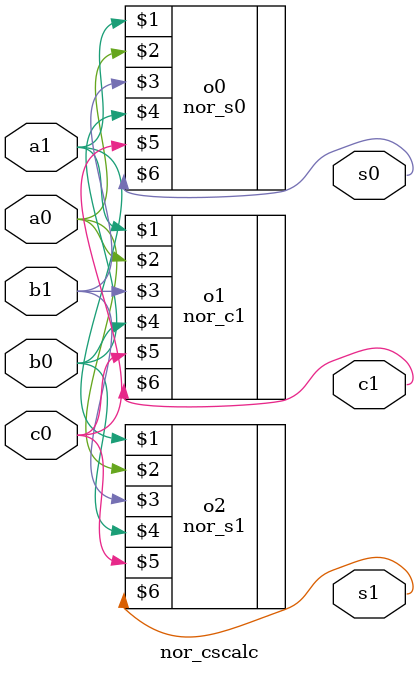
<source format=v>
`timescale 1ns/1ns

module nor_cscalc(input a1 , a0 , b1 , b0 , c0 , output c1 , s1 , s0);
	nor_s0 o0(a1 , a0 , b1 , b0 , c0 , s0);
	nor_c1 o1(a1 , a0 , b1 , b0 , c0 , c1);
	nor_s1 o2(a1 , a0 , b1 , b0 , c0 , s1);
endmodule

</source>
